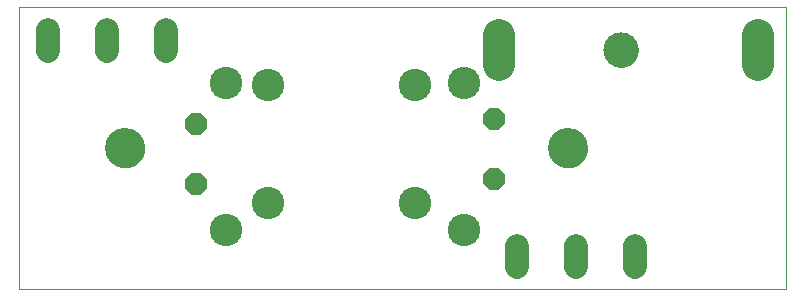
<source format=gts>
G04 EAGLE Gerber RS-274X export*
G75*
%MOMM*%
%FSLAX34Y34*%
%LPD*%
%INTop solder mask*%
%IPPOS*%
%AMOC8*
5,1,8,0,0,1.08239X$1,22.5*%
G01*
%ADD10C,0.000000*%
%ADD11C,3.403200*%
%ADD12C,2.743200*%
%ADD13P,1.951982X8X112.500000*%
%ADD14C,1.993900*%
%ADD15C,2.743200*%
%ADD16C,2.997200*%


D10*
X25320Y-4000D02*
X674680Y-4000D01*
X674680Y235000D01*
X25320Y235000D01*
X25320Y-4000D01*
X99000Y115000D02*
X99005Y115393D01*
X99019Y115785D01*
X99043Y116177D01*
X99077Y116568D01*
X99120Y116959D01*
X99173Y117348D01*
X99236Y117735D01*
X99307Y118121D01*
X99389Y118506D01*
X99479Y118888D01*
X99580Y119267D01*
X99689Y119645D01*
X99808Y120019D01*
X99935Y120390D01*
X100072Y120758D01*
X100218Y121123D01*
X100373Y121484D01*
X100536Y121841D01*
X100708Y122194D01*
X100889Y122542D01*
X101079Y122886D01*
X101276Y123226D01*
X101482Y123560D01*
X101696Y123889D01*
X101919Y124213D01*
X102149Y124531D01*
X102386Y124844D01*
X102632Y125150D01*
X102885Y125451D01*
X103145Y125745D01*
X103412Y126033D01*
X103686Y126314D01*
X103967Y126588D01*
X104255Y126855D01*
X104549Y127115D01*
X104850Y127368D01*
X105156Y127614D01*
X105469Y127851D01*
X105787Y128081D01*
X106111Y128304D01*
X106440Y128518D01*
X106774Y128724D01*
X107114Y128921D01*
X107458Y129111D01*
X107806Y129292D01*
X108159Y129464D01*
X108516Y129627D01*
X108877Y129782D01*
X109242Y129928D01*
X109610Y130065D01*
X109981Y130192D01*
X110355Y130311D01*
X110733Y130420D01*
X111112Y130521D01*
X111494Y130611D01*
X111879Y130693D01*
X112265Y130764D01*
X112652Y130827D01*
X113041Y130880D01*
X113432Y130923D01*
X113823Y130957D01*
X114215Y130981D01*
X114607Y130995D01*
X115000Y131000D01*
X115393Y130995D01*
X115785Y130981D01*
X116177Y130957D01*
X116568Y130923D01*
X116959Y130880D01*
X117348Y130827D01*
X117735Y130764D01*
X118121Y130693D01*
X118506Y130611D01*
X118888Y130521D01*
X119267Y130420D01*
X119645Y130311D01*
X120019Y130192D01*
X120390Y130065D01*
X120758Y129928D01*
X121123Y129782D01*
X121484Y129627D01*
X121841Y129464D01*
X122194Y129292D01*
X122542Y129111D01*
X122886Y128921D01*
X123226Y128724D01*
X123560Y128518D01*
X123889Y128304D01*
X124213Y128081D01*
X124531Y127851D01*
X124844Y127614D01*
X125150Y127368D01*
X125451Y127115D01*
X125745Y126855D01*
X126033Y126588D01*
X126314Y126314D01*
X126588Y126033D01*
X126855Y125745D01*
X127115Y125451D01*
X127368Y125150D01*
X127614Y124844D01*
X127851Y124531D01*
X128081Y124213D01*
X128304Y123889D01*
X128518Y123560D01*
X128724Y123226D01*
X128921Y122886D01*
X129111Y122542D01*
X129292Y122194D01*
X129464Y121841D01*
X129627Y121484D01*
X129782Y121123D01*
X129928Y120758D01*
X130065Y120390D01*
X130192Y120019D01*
X130311Y119645D01*
X130420Y119267D01*
X130521Y118888D01*
X130611Y118506D01*
X130693Y118121D01*
X130764Y117735D01*
X130827Y117348D01*
X130880Y116959D01*
X130923Y116568D01*
X130957Y116177D01*
X130981Y115785D01*
X130995Y115393D01*
X131000Y115000D01*
X130995Y114607D01*
X130981Y114215D01*
X130957Y113823D01*
X130923Y113432D01*
X130880Y113041D01*
X130827Y112652D01*
X130764Y112265D01*
X130693Y111879D01*
X130611Y111494D01*
X130521Y111112D01*
X130420Y110733D01*
X130311Y110355D01*
X130192Y109981D01*
X130065Y109610D01*
X129928Y109242D01*
X129782Y108877D01*
X129627Y108516D01*
X129464Y108159D01*
X129292Y107806D01*
X129111Y107458D01*
X128921Y107114D01*
X128724Y106774D01*
X128518Y106440D01*
X128304Y106111D01*
X128081Y105787D01*
X127851Y105469D01*
X127614Y105156D01*
X127368Y104850D01*
X127115Y104549D01*
X126855Y104255D01*
X126588Y103967D01*
X126314Y103686D01*
X126033Y103412D01*
X125745Y103145D01*
X125451Y102885D01*
X125150Y102632D01*
X124844Y102386D01*
X124531Y102149D01*
X124213Y101919D01*
X123889Y101696D01*
X123560Y101482D01*
X123226Y101276D01*
X122886Y101079D01*
X122542Y100889D01*
X122194Y100708D01*
X121841Y100536D01*
X121484Y100373D01*
X121123Y100218D01*
X120758Y100072D01*
X120390Y99935D01*
X120019Y99808D01*
X119645Y99689D01*
X119267Y99580D01*
X118888Y99479D01*
X118506Y99389D01*
X118121Y99307D01*
X117735Y99236D01*
X117348Y99173D01*
X116959Y99120D01*
X116568Y99077D01*
X116177Y99043D01*
X115785Y99019D01*
X115393Y99005D01*
X115000Y99000D01*
X114607Y99005D01*
X114215Y99019D01*
X113823Y99043D01*
X113432Y99077D01*
X113041Y99120D01*
X112652Y99173D01*
X112265Y99236D01*
X111879Y99307D01*
X111494Y99389D01*
X111112Y99479D01*
X110733Y99580D01*
X110355Y99689D01*
X109981Y99808D01*
X109610Y99935D01*
X109242Y100072D01*
X108877Y100218D01*
X108516Y100373D01*
X108159Y100536D01*
X107806Y100708D01*
X107458Y100889D01*
X107114Y101079D01*
X106774Y101276D01*
X106440Y101482D01*
X106111Y101696D01*
X105787Y101919D01*
X105469Y102149D01*
X105156Y102386D01*
X104850Y102632D01*
X104549Y102885D01*
X104255Y103145D01*
X103967Y103412D01*
X103686Y103686D01*
X103412Y103967D01*
X103145Y104255D01*
X102885Y104549D01*
X102632Y104850D01*
X102386Y105156D01*
X102149Y105469D01*
X101919Y105787D01*
X101696Y106111D01*
X101482Y106440D01*
X101276Y106774D01*
X101079Y107114D01*
X100889Y107458D01*
X100708Y107806D01*
X100536Y108159D01*
X100373Y108516D01*
X100218Y108877D01*
X100072Y109242D01*
X99935Y109610D01*
X99808Y109981D01*
X99689Y110355D01*
X99580Y110733D01*
X99479Y111112D01*
X99389Y111494D01*
X99307Y111879D01*
X99236Y112265D01*
X99173Y112652D01*
X99120Y113041D01*
X99077Y113432D01*
X99043Y113823D01*
X99019Y114215D01*
X99005Y114607D01*
X99000Y115000D01*
D11*
X115000Y115000D03*
D10*
X474000Y115000D02*
X474005Y115393D01*
X474019Y115785D01*
X474043Y116177D01*
X474077Y116568D01*
X474120Y116959D01*
X474173Y117348D01*
X474236Y117735D01*
X474307Y118121D01*
X474389Y118506D01*
X474479Y118888D01*
X474580Y119267D01*
X474689Y119645D01*
X474808Y120019D01*
X474935Y120390D01*
X475072Y120758D01*
X475218Y121123D01*
X475373Y121484D01*
X475536Y121841D01*
X475708Y122194D01*
X475889Y122542D01*
X476079Y122886D01*
X476276Y123226D01*
X476482Y123560D01*
X476696Y123889D01*
X476919Y124213D01*
X477149Y124531D01*
X477386Y124844D01*
X477632Y125150D01*
X477885Y125451D01*
X478145Y125745D01*
X478412Y126033D01*
X478686Y126314D01*
X478967Y126588D01*
X479255Y126855D01*
X479549Y127115D01*
X479850Y127368D01*
X480156Y127614D01*
X480469Y127851D01*
X480787Y128081D01*
X481111Y128304D01*
X481440Y128518D01*
X481774Y128724D01*
X482114Y128921D01*
X482458Y129111D01*
X482806Y129292D01*
X483159Y129464D01*
X483516Y129627D01*
X483877Y129782D01*
X484242Y129928D01*
X484610Y130065D01*
X484981Y130192D01*
X485355Y130311D01*
X485733Y130420D01*
X486112Y130521D01*
X486494Y130611D01*
X486879Y130693D01*
X487265Y130764D01*
X487652Y130827D01*
X488041Y130880D01*
X488432Y130923D01*
X488823Y130957D01*
X489215Y130981D01*
X489607Y130995D01*
X490000Y131000D01*
X490393Y130995D01*
X490785Y130981D01*
X491177Y130957D01*
X491568Y130923D01*
X491959Y130880D01*
X492348Y130827D01*
X492735Y130764D01*
X493121Y130693D01*
X493506Y130611D01*
X493888Y130521D01*
X494267Y130420D01*
X494645Y130311D01*
X495019Y130192D01*
X495390Y130065D01*
X495758Y129928D01*
X496123Y129782D01*
X496484Y129627D01*
X496841Y129464D01*
X497194Y129292D01*
X497542Y129111D01*
X497886Y128921D01*
X498226Y128724D01*
X498560Y128518D01*
X498889Y128304D01*
X499213Y128081D01*
X499531Y127851D01*
X499844Y127614D01*
X500150Y127368D01*
X500451Y127115D01*
X500745Y126855D01*
X501033Y126588D01*
X501314Y126314D01*
X501588Y126033D01*
X501855Y125745D01*
X502115Y125451D01*
X502368Y125150D01*
X502614Y124844D01*
X502851Y124531D01*
X503081Y124213D01*
X503304Y123889D01*
X503518Y123560D01*
X503724Y123226D01*
X503921Y122886D01*
X504111Y122542D01*
X504292Y122194D01*
X504464Y121841D01*
X504627Y121484D01*
X504782Y121123D01*
X504928Y120758D01*
X505065Y120390D01*
X505192Y120019D01*
X505311Y119645D01*
X505420Y119267D01*
X505521Y118888D01*
X505611Y118506D01*
X505693Y118121D01*
X505764Y117735D01*
X505827Y117348D01*
X505880Y116959D01*
X505923Y116568D01*
X505957Y116177D01*
X505981Y115785D01*
X505995Y115393D01*
X506000Y115000D01*
X505995Y114607D01*
X505981Y114215D01*
X505957Y113823D01*
X505923Y113432D01*
X505880Y113041D01*
X505827Y112652D01*
X505764Y112265D01*
X505693Y111879D01*
X505611Y111494D01*
X505521Y111112D01*
X505420Y110733D01*
X505311Y110355D01*
X505192Y109981D01*
X505065Y109610D01*
X504928Y109242D01*
X504782Y108877D01*
X504627Y108516D01*
X504464Y108159D01*
X504292Y107806D01*
X504111Y107458D01*
X503921Y107114D01*
X503724Y106774D01*
X503518Y106440D01*
X503304Y106111D01*
X503081Y105787D01*
X502851Y105469D01*
X502614Y105156D01*
X502368Y104850D01*
X502115Y104549D01*
X501855Y104255D01*
X501588Y103967D01*
X501314Y103686D01*
X501033Y103412D01*
X500745Y103145D01*
X500451Y102885D01*
X500150Y102632D01*
X499844Y102386D01*
X499531Y102149D01*
X499213Y101919D01*
X498889Y101696D01*
X498560Y101482D01*
X498226Y101276D01*
X497886Y101079D01*
X497542Y100889D01*
X497194Y100708D01*
X496841Y100536D01*
X496484Y100373D01*
X496123Y100218D01*
X495758Y100072D01*
X495390Y99935D01*
X495019Y99808D01*
X494645Y99689D01*
X494267Y99580D01*
X493888Y99479D01*
X493506Y99389D01*
X493121Y99307D01*
X492735Y99236D01*
X492348Y99173D01*
X491959Y99120D01*
X491568Y99077D01*
X491177Y99043D01*
X490785Y99019D01*
X490393Y99005D01*
X490000Y99000D01*
X489607Y99005D01*
X489215Y99019D01*
X488823Y99043D01*
X488432Y99077D01*
X488041Y99120D01*
X487652Y99173D01*
X487265Y99236D01*
X486879Y99307D01*
X486494Y99389D01*
X486112Y99479D01*
X485733Y99580D01*
X485355Y99689D01*
X484981Y99808D01*
X484610Y99935D01*
X484242Y100072D01*
X483877Y100218D01*
X483516Y100373D01*
X483159Y100536D01*
X482806Y100708D01*
X482458Y100889D01*
X482114Y101079D01*
X481774Y101276D01*
X481440Y101482D01*
X481111Y101696D01*
X480787Y101919D01*
X480469Y102149D01*
X480156Y102386D01*
X479850Y102632D01*
X479549Y102885D01*
X479255Y103145D01*
X478967Y103412D01*
X478686Y103686D01*
X478412Y103967D01*
X478145Y104255D01*
X477885Y104549D01*
X477632Y104850D01*
X477386Y105156D01*
X477149Y105469D01*
X476919Y105787D01*
X476696Y106111D01*
X476482Y106440D01*
X476276Y106774D01*
X476079Y107114D01*
X475889Y107458D01*
X475708Y107806D01*
X475536Y108159D01*
X475373Y108516D01*
X475218Y108877D01*
X475072Y109242D01*
X474935Y109610D01*
X474808Y109981D01*
X474689Y110355D01*
X474580Y110733D01*
X474479Y111112D01*
X474389Y111494D01*
X474307Y111879D01*
X474236Y112265D01*
X474173Y112652D01*
X474120Y113041D01*
X474077Y113432D01*
X474043Y113823D01*
X474019Y114215D01*
X474005Y114607D01*
X474000Y115000D01*
D11*
X490000Y115000D03*
D12*
X401800Y170700D03*
X401800Y45700D03*
X200800Y170700D03*
X200800Y45700D03*
X360700Y168400D03*
X360700Y68400D03*
X235700Y168400D03*
X235700Y68400D03*
D13*
X427000Y89000D03*
X427000Y139800D03*
X175000Y84600D03*
X175000Y135400D03*
D14*
X446520Y32334D02*
X446520Y14427D01*
X496520Y14427D02*
X496520Y32334D01*
X546520Y32334D02*
X546520Y14427D01*
X149560Y197427D02*
X149560Y215334D01*
X99560Y215334D02*
X99560Y197427D01*
X49560Y197427D02*
X49560Y215334D01*
D15*
X651200Y210700D02*
X651200Y185300D01*
X431200Y185300D02*
X431200Y210700D01*
D10*
X521030Y198000D02*
X521034Y198343D01*
X521047Y198685D01*
X521068Y199028D01*
X521097Y199369D01*
X521135Y199710D01*
X521181Y200050D01*
X521236Y200388D01*
X521298Y200725D01*
X521369Y201061D01*
X521449Y201394D01*
X521536Y201726D01*
X521632Y202055D01*
X521735Y202382D01*
X521847Y202706D01*
X521966Y203028D01*
X522093Y203346D01*
X522228Y203661D01*
X522371Y203973D01*
X522522Y204281D01*
X522680Y204585D01*
X522845Y204886D01*
X523018Y205182D01*
X523197Y205474D01*
X523384Y205761D01*
X523578Y206044D01*
X523779Y206322D01*
X523987Y206595D01*
X524201Y206862D01*
X524422Y207125D01*
X524649Y207382D01*
X524882Y207633D01*
X525122Y207878D01*
X525367Y208118D01*
X525618Y208351D01*
X525875Y208578D01*
X526138Y208799D01*
X526405Y209013D01*
X526678Y209221D01*
X526956Y209422D01*
X527239Y209616D01*
X527526Y209803D01*
X527818Y209982D01*
X528114Y210155D01*
X528415Y210320D01*
X528719Y210478D01*
X529027Y210629D01*
X529339Y210772D01*
X529654Y210907D01*
X529972Y211034D01*
X530294Y211153D01*
X530618Y211265D01*
X530945Y211368D01*
X531274Y211464D01*
X531606Y211551D01*
X531939Y211631D01*
X532275Y211702D01*
X532612Y211764D01*
X532950Y211819D01*
X533290Y211865D01*
X533631Y211903D01*
X533972Y211932D01*
X534315Y211953D01*
X534657Y211966D01*
X535000Y211970D01*
X535343Y211966D01*
X535685Y211953D01*
X536028Y211932D01*
X536369Y211903D01*
X536710Y211865D01*
X537050Y211819D01*
X537388Y211764D01*
X537725Y211702D01*
X538061Y211631D01*
X538394Y211551D01*
X538726Y211464D01*
X539055Y211368D01*
X539382Y211265D01*
X539706Y211153D01*
X540028Y211034D01*
X540346Y210907D01*
X540661Y210772D01*
X540973Y210629D01*
X541281Y210478D01*
X541585Y210320D01*
X541886Y210155D01*
X542182Y209982D01*
X542474Y209803D01*
X542761Y209616D01*
X543044Y209422D01*
X543322Y209221D01*
X543595Y209013D01*
X543862Y208799D01*
X544125Y208578D01*
X544382Y208351D01*
X544633Y208118D01*
X544878Y207878D01*
X545118Y207633D01*
X545351Y207382D01*
X545578Y207125D01*
X545799Y206862D01*
X546013Y206595D01*
X546221Y206322D01*
X546422Y206044D01*
X546616Y205761D01*
X546803Y205474D01*
X546982Y205182D01*
X547155Y204886D01*
X547320Y204585D01*
X547478Y204281D01*
X547629Y203973D01*
X547772Y203661D01*
X547907Y203346D01*
X548034Y203028D01*
X548153Y202706D01*
X548265Y202382D01*
X548368Y202055D01*
X548464Y201726D01*
X548551Y201394D01*
X548631Y201061D01*
X548702Y200725D01*
X548764Y200388D01*
X548819Y200050D01*
X548865Y199710D01*
X548903Y199369D01*
X548932Y199028D01*
X548953Y198685D01*
X548966Y198343D01*
X548970Y198000D01*
X548966Y197657D01*
X548953Y197315D01*
X548932Y196972D01*
X548903Y196631D01*
X548865Y196290D01*
X548819Y195950D01*
X548764Y195612D01*
X548702Y195275D01*
X548631Y194939D01*
X548551Y194606D01*
X548464Y194274D01*
X548368Y193945D01*
X548265Y193618D01*
X548153Y193294D01*
X548034Y192972D01*
X547907Y192654D01*
X547772Y192339D01*
X547629Y192027D01*
X547478Y191719D01*
X547320Y191415D01*
X547155Y191114D01*
X546982Y190818D01*
X546803Y190526D01*
X546616Y190239D01*
X546422Y189956D01*
X546221Y189678D01*
X546013Y189405D01*
X545799Y189138D01*
X545578Y188875D01*
X545351Y188618D01*
X545118Y188367D01*
X544878Y188122D01*
X544633Y187882D01*
X544382Y187649D01*
X544125Y187422D01*
X543862Y187201D01*
X543595Y186987D01*
X543322Y186779D01*
X543044Y186578D01*
X542761Y186384D01*
X542474Y186197D01*
X542182Y186018D01*
X541886Y185845D01*
X541585Y185680D01*
X541281Y185522D01*
X540973Y185371D01*
X540661Y185228D01*
X540346Y185093D01*
X540028Y184966D01*
X539706Y184847D01*
X539382Y184735D01*
X539055Y184632D01*
X538726Y184536D01*
X538394Y184449D01*
X538061Y184369D01*
X537725Y184298D01*
X537388Y184236D01*
X537050Y184181D01*
X536710Y184135D01*
X536369Y184097D01*
X536028Y184068D01*
X535685Y184047D01*
X535343Y184034D01*
X535000Y184030D01*
X534657Y184034D01*
X534315Y184047D01*
X533972Y184068D01*
X533631Y184097D01*
X533290Y184135D01*
X532950Y184181D01*
X532612Y184236D01*
X532275Y184298D01*
X531939Y184369D01*
X531606Y184449D01*
X531274Y184536D01*
X530945Y184632D01*
X530618Y184735D01*
X530294Y184847D01*
X529972Y184966D01*
X529654Y185093D01*
X529339Y185228D01*
X529027Y185371D01*
X528719Y185522D01*
X528415Y185680D01*
X528114Y185845D01*
X527818Y186018D01*
X527526Y186197D01*
X527239Y186384D01*
X526956Y186578D01*
X526678Y186779D01*
X526405Y186987D01*
X526138Y187201D01*
X525875Y187422D01*
X525618Y187649D01*
X525367Y187882D01*
X525122Y188122D01*
X524882Y188367D01*
X524649Y188618D01*
X524422Y188875D01*
X524201Y189138D01*
X523987Y189405D01*
X523779Y189678D01*
X523578Y189956D01*
X523384Y190239D01*
X523197Y190526D01*
X523018Y190818D01*
X522845Y191114D01*
X522680Y191415D01*
X522522Y191719D01*
X522371Y192027D01*
X522228Y192339D01*
X522093Y192654D01*
X521966Y192972D01*
X521847Y193294D01*
X521735Y193618D01*
X521632Y193945D01*
X521536Y194274D01*
X521449Y194606D01*
X521369Y194939D01*
X521298Y195275D01*
X521236Y195612D01*
X521181Y195950D01*
X521135Y196290D01*
X521097Y196631D01*
X521068Y196972D01*
X521047Y197315D01*
X521034Y197657D01*
X521030Y198000D01*
D16*
X535000Y198000D03*
M02*

</source>
